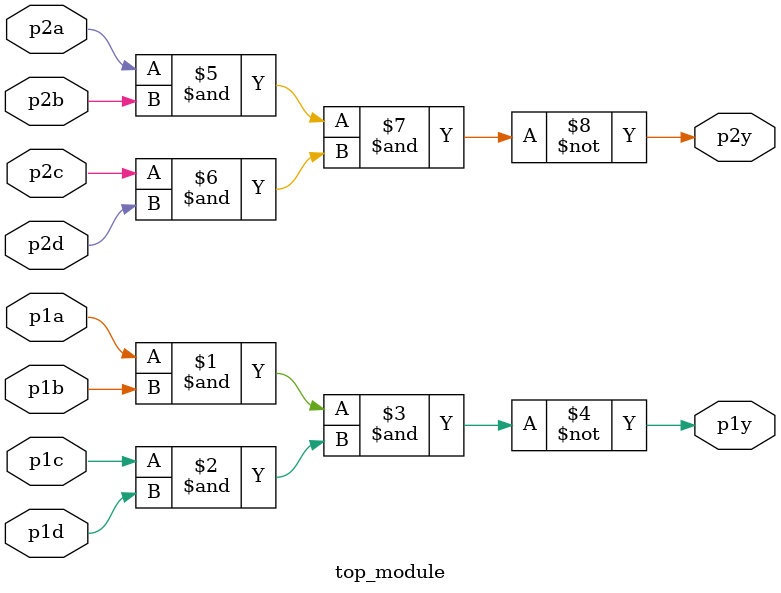
<source format=v>
module top_module ( 
    input p1a, p1b, p1c, p1d,
    output p1y,
    input p2a, p2b, p2c, p2d,
    output p2y );
    
    assign p1y = ~((p1a&p1b)&(p1c&p1d));
    assign p2y = ~((p2a&p2b)&(p2c&p2d));


endmodule

</source>
